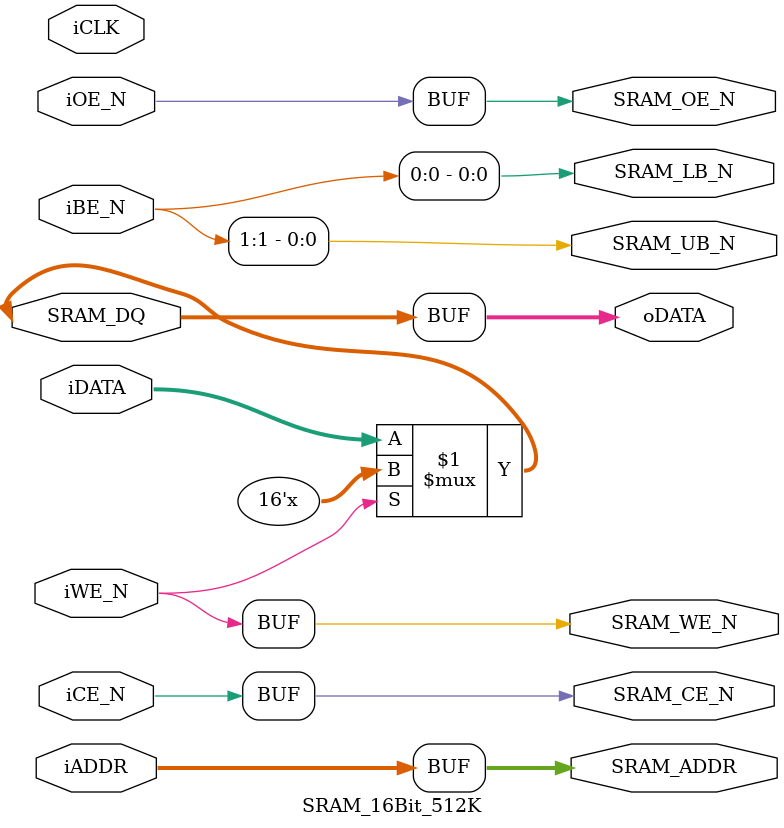
<source format=v>
module	SRAM_16Bit_512K(//	Host Data
						oDATA,
						iDATA,
						iADDR,
						iWE_N,
						iOE_N,
						iCE_N,
						iCLK,
						iBE_N,
						//	SRAM
						SRAM_DQ,
						SRAM_ADDR,
						SRAM_UB_N,
						SRAM_LB_N,
						SRAM_WE_N,
						SRAM_CE_N,
						SRAM_OE_N
					);
//	Host Side
input	[15:0]	iDATA;
output	[15:0]	oDATA;
input	[17:0]	iADDR;
input			iWE_N;
input			iOE_N;
input			iCE_N;
input			iCLK;
input	[1:0]	iBE_N;
//	SRAM Side
inout	[15:0]	SRAM_DQ;
output	[17:0]	SRAM_ADDR;
output			SRAM_UB_N,
				SRAM_LB_N,
				SRAM_WE_N,
				SRAM_CE_N,
				SRAM_OE_N;

assign	SRAM_DQ 	=	SRAM_WE_N ? 16'hzzzz : iDATA;
assign	oDATA		=	SRAM_DQ;
assign	SRAM_ADDR	=	iADDR;
assign	SRAM_WE_N	=	iWE_N;
assign	SRAM_OE_N	=	iOE_N;
assign	SRAM_CE_N	=	iCE_N;
assign	SRAM_UB_N	=	iBE_N[1];
assign	SRAM_LB_N	=	iBE_N[0];

endmodule

</source>
